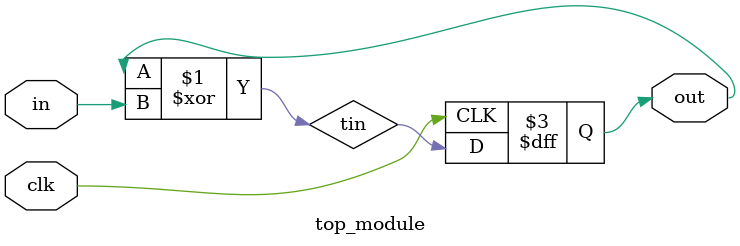
<source format=v>
module top_module (
    input clk,
    input in, 
    output reg out);

    wire tin;
    assign tin = out ^ in;

    always @(posedge clk) begin
        out <= tin;
    end

endmodule

</source>
